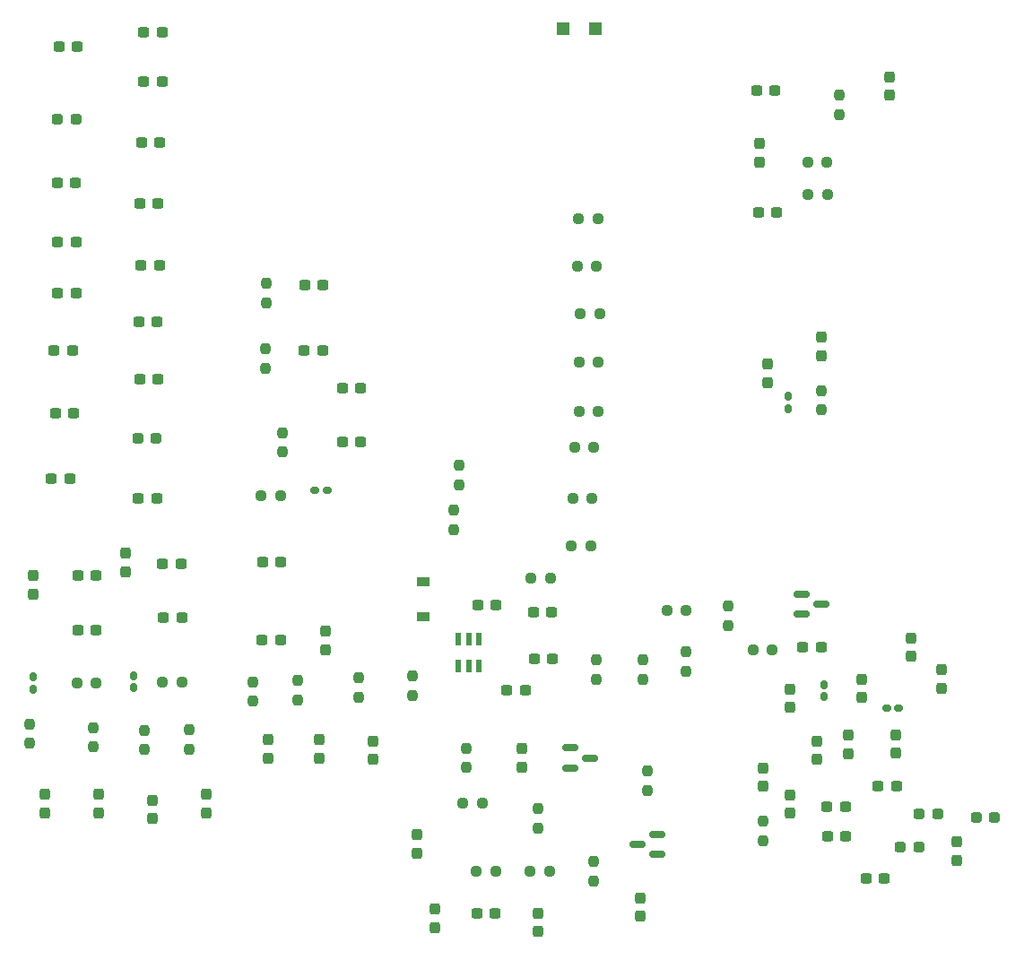
<source format=gbp>
%TF.GenerationSoftware,KiCad,Pcbnew,(6.0.8)*%
%TF.CreationDate,2022-12-02T10:37:27+07:00*%
%TF.ProjectId,espot_mainboard,6573706f-745f-46d6-9169-6e626f617264,rev?*%
%TF.SameCoordinates,Original*%
%TF.FileFunction,Paste,Bot*%
%TF.FilePolarity,Positive*%
%FSLAX46Y46*%
G04 Gerber Fmt 4.6, Leading zero omitted, Abs format (unit mm)*
G04 Created by KiCad (PCBNEW (6.0.8)) date 2022-12-02 10:37:27*
%MOMM*%
%LPD*%
G01*
G04 APERTURE LIST*
G04 Aperture macros list*
%AMRoundRect*
0 Rectangle with rounded corners*
0 $1 Rounding radius*
0 $2 $3 $4 $5 $6 $7 $8 $9 X,Y pos of 4 corners*
0 Add a 4 corners polygon primitive as box body*
4,1,4,$2,$3,$4,$5,$6,$7,$8,$9,$2,$3,0*
0 Add four circle primitives for the rounded corners*
1,1,$1+$1,$2,$3*
1,1,$1+$1,$4,$5*
1,1,$1+$1,$6,$7*
1,1,$1+$1,$8,$9*
0 Add four rect primitives between the rounded corners*
20,1,$1+$1,$2,$3,$4,$5,0*
20,1,$1+$1,$4,$5,$6,$7,0*
20,1,$1+$1,$6,$7,$8,$9,0*
20,1,$1+$1,$8,$9,$2,$3,0*%
G04 Aperture macros list end*
%ADD10RoundRect,0.237500X-0.300000X-0.237500X0.300000X-0.237500X0.300000X0.237500X-0.300000X0.237500X0*%
%ADD11RoundRect,0.237500X0.300000X0.237500X-0.300000X0.237500X-0.300000X-0.237500X0.300000X-0.237500X0*%
%ADD12RoundRect,0.237500X0.237500X-0.287500X0.237500X0.287500X-0.237500X0.287500X-0.237500X-0.287500X0*%
%ADD13RoundRect,0.237500X0.287500X0.237500X-0.287500X0.237500X-0.287500X-0.237500X0.287500X-0.237500X0*%
%ADD14RoundRect,0.237500X-0.237500X0.300000X-0.237500X-0.300000X0.237500X-0.300000X0.237500X0.300000X0*%
%ADD15RoundRect,0.237500X-0.250000X-0.237500X0.250000X-0.237500X0.250000X0.237500X-0.250000X0.237500X0*%
%ADD16RoundRect,0.237500X-0.237500X0.250000X-0.237500X-0.250000X0.237500X-0.250000X0.237500X0.250000X0*%
%ADD17R,1.200000X0.900000*%
%ADD18RoundRect,0.237500X0.250000X0.237500X-0.250000X0.237500X-0.250000X-0.237500X0.250000X-0.237500X0*%
%ADD19RoundRect,0.160000X-0.160000X0.222500X-0.160000X-0.222500X0.160000X-0.222500X0.160000X0.222500X0*%
%ADD20RoundRect,0.237500X0.237500X-0.300000X0.237500X0.300000X-0.237500X0.300000X-0.237500X-0.300000X0*%
%ADD21RoundRect,0.160000X0.222500X0.160000X-0.222500X0.160000X-0.222500X-0.160000X0.222500X-0.160000X0*%
%ADD22RoundRect,0.150000X-0.587500X-0.150000X0.587500X-0.150000X0.587500X0.150000X-0.587500X0.150000X0*%
%ADD23RoundRect,0.237500X0.237500X-0.250000X0.237500X0.250000X-0.237500X0.250000X-0.237500X-0.250000X0*%
%ADD24RoundRect,0.237500X-0.237500X0.287500X-0.237500X-0.287500X0.237500X-0.287500X0.237500X0.287500X0*%
%ADD25R,1.200000X1.220000*%
%ADD26RoundRect,0.160000X-0.222500X-0.160000X0.222500X-0.160000X0.222500X0.160000X-0.222500X0.160000X0*%
%ADD27RoundRect,0.150000X0.587500X0.150000X-0.587500X0.150000X-0.587500X-0.150000X0.587500X-0.150000X0*%
%ADD28R,0.600000X1.200000*%
%ADD29RoundRect,0.237500X-0.287500X-0.237500X0.287500X-0.237500X0.287500X0.237500X-0.287500X0.237500X0*%
%ADD30RoundRect,0.160000X0.160000X-0.222500X0.160000X0.222500X-0.160000X0.222500X-0.160000X-0.222500X0*%
G04 APERTURE END LIST*
D10*
%TO.C,C57*%
X103531100Y-94275400D03*
X105256100Y-94275400D03*
%TD*%
D11*
%TO.C,C55*%
X100007100Y-93613800D03*
X98282100Y-93613800D03*
%TD*%
D12*
%TO.C,FB8*%
X94249200Y-124053900D03*
X94249200Y-122303900D03*
%TD*%
D13*
%TO.C,FB13*%
X67959800Y-77832600D03*
X66209800Y-77832600D03*
%TD*%
D14*
%TO.C,C10*%
X134586900Y-100591100D03*
X134586900Y-102316100D03*
%TD*%
%TO.C,C17*%
X125248300Y-108972500D03*
X125248300Y-110697500D03*
%TD*%
D15*
%TO.C,R63*%
X124289600Y-97833300D03*
X126114600Y-97833300D03*
%TD*%
D16*
%TO.C,R62*%
X109514900Y-98753700D03*
X109514900Y-100578700D03*
%TD*%
D11*
%TO.C,C56*%
X105363900Y-98641900D03*
X103638900Y-98641900D03*
%TD*%
D12*
%TO.C,FB11*%
X62499500Y-113196100D03*
X62499500Y-111446100D03*
%TD*%
D14*
%TO.C,C33*%
X92551100Y-115281400D03*
X92551100Y-117006400D03*
%TD*%
%TO.C,C23*%
X143533100Y-115962800D03*
X143533100Y-117687800D03*
%TD*%
D17*
%TO.C,D3*%
X93180700Y-94685500D03*
X93180700Y-91385500D03*
%TD*%
D18*
%TO.C,R43*%
X99999500Y-118700300D03*
X98174500Y-118700300D03*
%TD*%
D11*
%TO.C,C61*%
X68101100Y-72214000D03*
X66376100Y-72214000D03*
%TD*%
D19*
%TO.C,FB6*%
X131028900Y-101096800D03*
X131028900Y-102241800D03*
%TD*%
D18*
%TO.C,R69*%
X70344200Y-100825500D03*
X68519200Y-100825500D03*
%TD*%
D20*
%TO.C,C20*%
X142134000Y-101417700D03*
X142134000Y-99692700D03*
%TD*%
D21*
%TO.C,FB5*%
X138067900Y-103276400D03*
X136922900Y-103276400D03*
%TD*%
D15*
%TO.C,R70*%
X77849700Y-83266000D03*
X79674700Y-83266000D03*
%TD*%
D11*
%TO.C,C74*%
X68125700Y-55646800D03*
X66400700Y-55646800D03*
%TD*%
D22*
%TO.C,U12*%
X128849500Y-94427200D03*
X128849500Y-92527200D03*
X130724500Y-93477200D03*
%TD*%
D10*
%TO.C,C88*%
X58041000Y-81667300D03*
X59766000Y-81667300D03*
%TD*%
D20*
%TO.C,C64*%
X65022400Y-90403800D03*
X65022400Y-88678800D03*
%TD*%
D14*
%TO.C,C7*%
X139187000Y-96709700D03*
X139187000Y-98434700D03*
%TD*%
%TO.C,C11*%
X125690500Y-70836900D03*
X125690500Y-72561900D03*
%TD*%
D11*
%TO.C,C81*%
X62242000Y-90799800D03*
X60517000Y-90799800D03*
%TD*%
D16*
%TO.C,R15*%
X62019600Y-105149500D03*
X62019600Y-106974500D03*
%TD*%
D11*
%TO.C,C54*%
X102776300Y-101606900D03*
X101051300Y-101606900D03*
%TD*%
D18*
%TO.C,R44*%
X105079500Y-118700300D03*
X103254500Y-118700300D03*
%TD*%
D15*
%TO.C,R6*%
X107434300Y-78650200D03*
X109259300Y-78650200D03*
%TD*%
D11*
%TO.C,C91*%
X83643200Y-69509500D03*
X81918200Y-69509500D03*
%TD*%
D16*
%TO.C,R13*%
X71037900Y-105361700D03*
X71037900Y-107186700D03*
%TD*%
D23*
%TO.C,R10*%
X87087100Y-102292400D03*
X87087100Y-100467400D03*
%TD*%
D15*
%TO.C,R7*%
X107289400Y-83509800D03*
X109114400Y-83509800D03*
%TD*%
D16*
%TO.C,R14*%
X66806700Y-105411900D03*
X66806700Y-107236900D03*
%TD*%
D11*
%TO.C,C93*%
X87244700Y-78186000D03*
X85519700Y-78186000D03*
%TD*%
D20*
%TO.C,C26*%
X113656100Y-122949800D03*
X113656100Y-121224800D03*
%TD*%
D24*
%TO.C,FB1*%
X124884900Y-50011800D03*
X124884900Y-51761800D03*
%TD*%
D14*
%TO.C,C8*%
X130770500Y-68296900D03*
X130770500Y-70021900D03*
%TD*%
D25*
%TO.C,TS1*%
X106353800Y-39156900D03*
X109453800Y-39156900D03*
%TD*%
D11*
%TO.C,C89*%
X68477700Y-39468000D03*
X66752700Y-39468000D03*
%TD*%
D16*
%TO.C,R72*%
X78344900Y-63186000D03*
X78344900Y-65011000D03*
%TD*%
D20*
%TO.C,C72*%
X72659500Y-113183600D03*
X72659500Y-111458600D03*
%TD*%
D11*
%TO.C,C16*%
X133003000Y-112584500D03*
X131278000Y-112584500D03*
%TD*%
D14*
%TO.C,C9*%
X137747000Y-105828100D03*
X137747000Y-107553100D03*
%TD*%
D23*
%TO.C,R17*%
X78259600Y-71185000D03*
X78259600Y-69360000D03*
%TD*%
D20*
%TO.C,C84*%
X83359900Y-108030900D03*
X83359900Y-106305900D03*
%TD*%
D10*
%TO.C,C73*%
X58623400Y-64130400D03*
X60348400Y-64130400D03*
%TD*%
D11*
%TO.C,C83*%
X62242000Y-95916400D03*
X60517000Y-95916400D03*
%TD*%
D23*
%TO.C,R23*%
X130770500Y-75151900D03*
X130770500Y-73326900D03*
%TD*%
D11*
%TO.C,C65*%
X70266100Y-89712200D03*
X68541100Y-89712200D03*
%TD*%
D14*
%TO.C,C80*%
X56299500Y-90799800D03*
X56299500Y-92524800D03*
%TD*%
D10*
%TO.C,C62*%
X58615100Y-53664600D03*
X60340100Y-53664600D03*
%TD*%
D18*
%TO.C,R46*%
X131319800Y-54790400D03*
X129494800Y-54790400D03*
%TD*%
D10*
%TO.C,C85*%
X58409200Y-75425500D03*
X60134200Y-75425500D03*
%TD*%
%TO.C,C2*%
X124828000Y-56459400D03*
X126553000Y-56459400D03*
%TD*%
D15*
%TO.C,R52*%
X103312100Y-91073800D03*
X105137100Y-91073800D03*
%TD*%
D14*
%TO.C,C25*%
X102497100Y-107154700D03*
X102497100Y-108879700D03*
%TD*%
D10*
%TO.C,C35*%
X98238400Y-122693700D03*
X99963400Y-122693700D03*
%TD*%
D14*
%TO.C,C78*%
X83939400Y-96050700D03*
X83939400Y-97775700D03*
%TD*%
D10*
%TO.C,C22*%
X131349900Y-115459600D03*
X133074900Y-115459600D03*
%TD*%
D26*
%TO.C,FB15*%
X82924500Y-82750400D03*
X84069500Y-82750400D03*
%TD*%
D27*
%TO.C,U6*%
X115264500Y-115210300D03*
X115264500Y-117110300D03*
X113389500Y-116160300D03*
%TD*%
D14*
%TO.C,C58*%
X57419500Y-111458600D03*
X57419500Y-113183600D03*
%TD*%
D22*
%TO.C,U5*%
X107017800Y-108967200D03*
X107017800Y-107067200D03*
X108892800Y-108017200D03*
%TD*%
D11*
%TO.C,C59*%
X58741400Y-40840500D03*
X60466400Y-40840500D03*
%TD*%
D23*
%TO.C,R73*%
X96520000Y-82192500D03*
X96520000Y-80367500D03*
%TD*%
D16*
%TO.C,R25*%
X103961600Y-112797700D03*
X103961600Y-114622700D03*
%TD*%
D18*
%TO.C,R4*%
X109699200Y-70640300D03*
X107874200Y-70640300D03*
%TD*%
D15*
%TO.C,R8*%
X107165100Y-87973300D03*
X108990100Y-87973300D03*
%TD*%
D14*
%TO.C,C38*%
X137224300Y-43666700D03*
X137224300Y-45391700D03*
%TD*%
D28*
%TO.C,U11*%
X96489400Y-96798900D03*
X97439400Y-96798900D03*
X98389400Y-96798900D03*
X98389400Y-99298900D03*
X97439400Y-99298900D03*
X96489400Y-99298900D03*
%TD*%
D18*
%TO.C,R49*%
X131283800Y-51735600D03*
X129458800Y-51735600D03*
%TD*%
D16*
%TO.C,R64*%
X121967700Y-93686300D03*
X121967700Y-95511300D03*
%TD*%
%TO.C,R16*%
X55972000Y-104831200D03*
X55972000Y-106656200D03*
%TD*%
D29*
%TO.C,L1*%
X145353500Y-113626800D03*
X147103500Y-113626800D03*
%TD*%
D16*
%TO.C,R50*%
X117924500Y-97999000D03*
X117924500Y-99824000D03*
%TD*%
D23*
%TO.C,R47*%
X132471900Y-47240500D03*
X132471900Y-45415500D03*
%TD*%
D20*
%TO.C,C12*%
X127788300Y-103255400D03*
X127788300Y-101530400D03*
%TD*%
D23*
%TO.C,R9*%
X92100600Y-102130700D03*
X92100600Y-100305700D03*
%TD*%
%TO.C,R39*%
X97217500Y-108915400D03*
X97217500Y-107090400D03*
%TD*%
D10*
%TO.C,C15*%
X136093800Y-110715700D03*
X137818800Y-110715700D03*
%TD*%
D20*
%TO.C,C75*%
X78512800Y-108030900D03*
X78512800Y-106305900D03*
%TD*%
D18*
%TO.C,R5*%
X109699200Y-75308600D03*
X107874200Y-75308600D03*
%TD*%
D20*
%TO.C,C87*%
X88399700Y-108128300D03*
X88399700Y-106403300D03*
%TD*%
D16*
%TO.C,R61*%
X113881400Y-98753700D03*
X113881400Y-100578700D03*
%TD*%
D13*
%TO.C,L2*%
X141712700Y-113267400D03*
X139962700Y-113267400D03*
%TD*%
D29*
%TO.C,L3*%
X138201700Y-116465900D03*
X139951700Y-116465900D03*
%TD*%
D11*
%TO.C,C86*%
X68477700Y-44167300D03*
X66752700Y-44167300D03*
%TD*%
%TO.C,C63*%
X68046200Y-66795500D03*
X66321200Y-66795500D03*
%TD*%
D16*
%TO.C,R24*%
X125248300Y-114002500D03*
X125248300Y-115827500D03*
%TD*%
D19*
%TO.C,FB14*%
X65773700Y-100244700D03*
X65773700Y-101389700D03*
%TD*%
D16*
%TO.C,R11*%
X81326200Y-100726000D03*
X81326200Y-102551000D03*
%TD*%
D18*
%TO.C,R71*%
X62292000Y-100959800D03*
X60467000Y-100959800D03*
%TD*%
D10*
%TO.C,C1*%
X124659700Y-44959000D03*
X126384700Y-44959000D03*
%TD*%
D29*
%TO.C,FB12*%
X58632700Y-47653800D03*
X60382700Y-47653800D03*
%TD*%
D11*
%TO.C,C71*%
X70357100Y-94772000D03*
X68632100Y-94772000D03*
%TD*%
%TO.C,C92*%
X87244700Y-73092000D03*
X85519700Y-73092000D03*
%TD*%
D10*
%TO.C,C76*%
X58285600Y-69491300D03*
X60010600Y-69491300D03*
%TD*%
D15*
%TO.C,R59*%
X116149500Y-94113600D03*
X117974500Y-94113600D03*
%TD*%
D11*
%TO.C,C90*%
X83662800Y-63338600D03*
X81937800Y-63338600D03*
%TD*%
D20*
%TO.C,C37*%
X103952700Y-124405300D03*
X103952700Y-122680300D03*
%TD*%
D14*
%TO.C,C18*%
X130328300Y-106432500D03*
X130328300Y-108157500D03*
%TD*%
D18*
%TO.C,R1*%
X109652100Y-57059700D03*
X107827100Y-57059700D03*
%TD*%
D10*
%TO.C,C13*%
X128999400Y-97520400D03*
X130724400Y-97520400D03*
%TD*%
%TO.C,C67*%
X58648000Y-59297100D03*
X60373000Y-59297100D03*
%TD*%
D16*
%TO.C,R12*%
X77082300Y-100832100D03*
X77082300Y-102657100D03*
%TD*%
D20*
%TO.C,C14*%
X133266100Y-107594800D03*
X133266100Y-105869800D03*
%TD*%
%TO.C,C19*%
X127788300Y-113237500D03*
X127788300Y-111512500D03*
%TD*%
D11*
%TO.C,C21*%
X136668600Y-119432300D03*
X134943600Y-119432300D03*
%TD*%
D15*
%TO.C,R40*%
X96894100Y-112288600D03*
X98719100Y-112288600D03*
%TD*%
D11*
%TO.C,C68*%
X68227400Y-61466000D03*
X66502400Y-61466000D03*
%TD*%
D20*
%TO.C,C66*%
X67579500Y-113743900D03*
X67579500Y-112018900D03*
%TD*%
D10*
%TO.C,C60*%
X66255300Y-83497900D03*
X67980300Y-83497900D03*
%TD*%
D19*
%TO.C,FB16*%
X56299500Y-100387300D03*
X56299500Y-101532300D03*
%TD*%
D16*
%TO.C,R75*%
X79830000Y-77301400D03*
X79830000Y-79126400D03*
%TD*%
%TO.C,R27*%
X109247000Y-117787800D03*
X109247000Y-119612800D03*
%TD*%
D30*
%TO.C,FB4*%
X127577100Y-75023700D03*
X127577100Y-73878700D03*
%TD*%
D18*
%TO.C,R3*%
X109806300Y-66066300D03*
X107981300Y-66066300D03*
%TD*%
D10*
%TO.C,C82*%
X77994000Y-89521800D03*
X79719000Y-89521800D03*
%TD*%
D23*
%TO.C,R74*%
X96039600Y-86425000D03*
X96039600Y-84600000D03*
%TD*%
D16*
%TO.C,R26*%
X114327000Y-109255300D03*
X114327000Y-111080300D03*
%TD*%
D10*
%TO.C,C79*%
X77952800Y-96881800D03*
X79677800Y-96881800D03*
%TD*%
D11*
%TO.C,C77*%
X68263200Y-49874700D03*
X66538200Y-49874700D03*
%TD*%
D18*
%TO.C,R2*%
X109523300Y-61539400D03*
X107698300Y-61539400D03*
%TD*%
M02*

</source>
